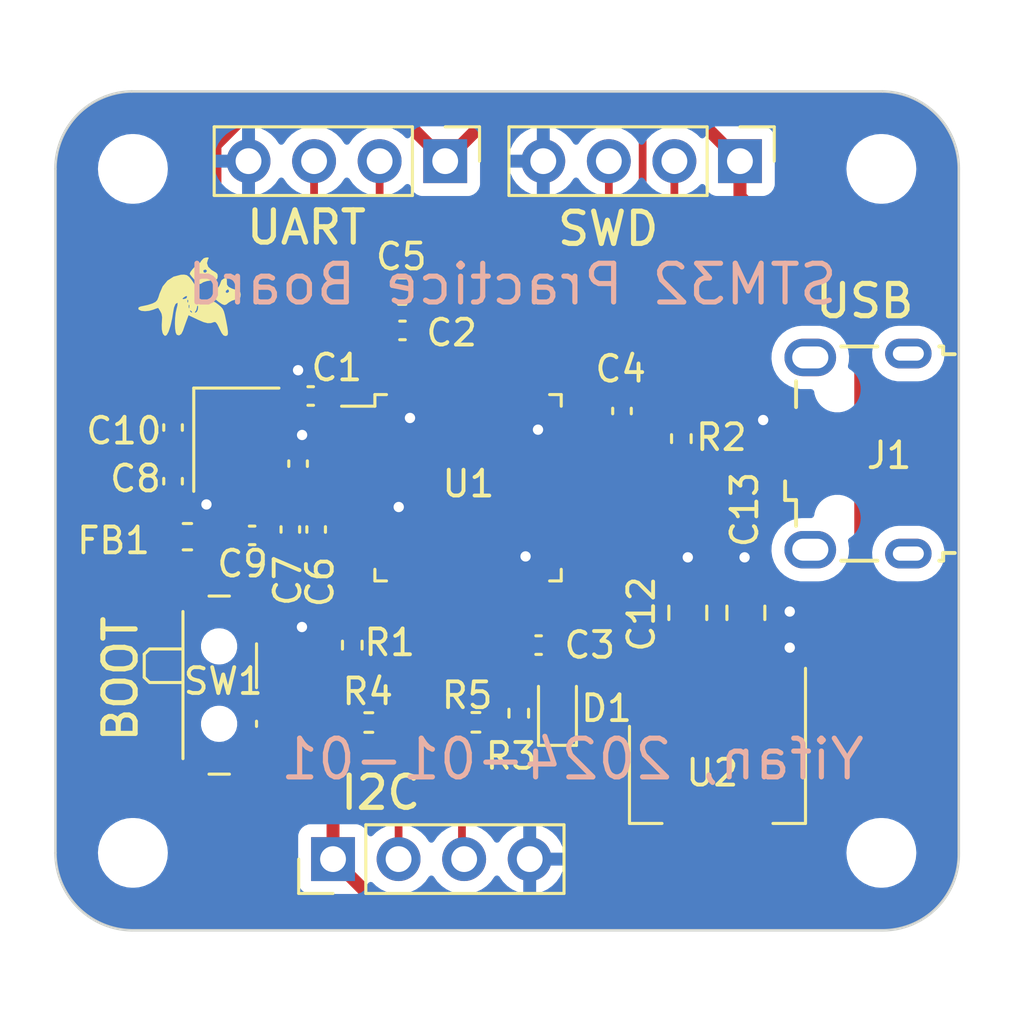
<source format=kicad_pcb>
(kicad_pcb (version 20221018) (generator pcbnew)
  (layers (0 "F.Cu" signal) (31 "B.Cu" power) (34 "B.Paste" user) (35 "F.Paste" user) (36 "B.SilkS" user "B.Silkscreen") (37 "F.SilkS" user "F.Silkscreen") (38 "B.Mask" user) (39 "F.Mask" user) (44 "Edge.Cuts" user))
  (net 0 "")
  (net 1 "+3.3V")
  (net 2 "GND")
  (net 3 "+3.3VA")
  (net 4 "/NRST")
  (net 5 "/HSE_IN")
  (net 6 "/HSE_OUT")
  (net 7 "VBUS")
  (net 8 "/PWR_LED_K")
  (net 9 "/USB_D-")
  (net 10 "/USB_D+")
  (net 13 "/SWDIO")
  (net 14 "/SWCLK")
  (net 15 "/USART1_TX")
  (net 16 "/USART1_RX")
  (net 17 "/I2C2_SCL")
  (net 18 "/I2C2_SDA")
  (net 19 "/SW_BOOT0")
  (net 20 "/BOOT0")
  (footprint "Capacitor_SMD:C_0402_1005Metric" (layer "F.Cu") (at 130.556 101.6 90)
    (fp_text reference "C8" (at 0.1 -1.456 180) (layer "F.SilkS"))
    (fp_text value "1u")
    (pad "1" smd roundrect (at -0.48 0 90) (size 0.56 0.62) (layers "F.Cu" "F.Paste" "F.Mask") (net 1 "+3.3V"))
    (pad "2" smd roundrect (at 0.48 0 90) (size 0.56 0.62) (layers "F.Cu" "F.Paste" "F.Mask") (net 2 "GND"))
  )
  (footprint "LOGO" (layer "F.Cu") (at 131.2 94.45)
    (fp_text reference "G***" hide)
    (fp_text value "LOGO" hide)
  )
  (footprint "Capacitor_SMD:C_0402_1005Metric" (layer "F.Cu") (at 147.95 98.88 -90)
    (fp_text reference "C4" (at -1.63 0.05 -180) (layer "F.SilkS"))
    (fp_text value "100n")
    (pad "1" smd roundrect (at -0.48 0 270) (size 0.56 0.62) (layers "F.Cu" "F.Paste" "F.Mask") (net 1 "+3.3V"))
    (pad "2" smd roundrect (at 0.48 0 270) (size 0.56 0.62) (layers "F.Cu" "F.Paste" "F.Mask") (net 2 "GND"))
  )
  (footprint "Capacitor_SMD:C_0402_1005Metric" (layer "F.Cu") (at 144.72 107.95 180)
    (fp_text reference "C3" (at -1.98 0) (layer "F.SilkS"))
    (fp_text value "100n")
    (pad "1" smd roundrect (at -0.48 0 180) (size 0.56 0.62) (layers "F.Cu" "F.Paste" "F.Mask") (net 1 "+3.3V"))
    (pad "2" smd roundrect (at 0.48 0 180) (size 0.56 0.62) (layers "F.Cu" "F.Paste" "F.Mask") (net 2 "GND"))
  )
  (footprint "Connector_PinHeader_2.54mm:PinHeader_1x04_P2.54mm_Vertical" (layer "F.Cu") (at 152.52 89.2 -90)
    (fp_text reference "J2" hide)
    (fp_text value "Conn_01x04_Pin")
    (pad "1" thru_hole rect (at 0 0 270) (size 1.7 1.7) (drill 1) (layers "*.Cu" "*.Mask") (net 1 "+3.3V"))
    (pad "2" thru_hole oval (at 0 2.54 270) (size 1.7 1.7) (drill 1) (layers "*.Cu" "*.Mask") (net 13 "/SWDIO"))
    (pad "3" thru_hole oval (at 0 5.08 270) (size 1.7 1.7) (drill 1) (layers "*.Cu" "*.Mask") (net 14 "/SWCLK"))
    (pad "4" thru_hole oval (at 0 7.62 270) (size 1.7 1.7) (drill 1) (layers "*.Cu" "*.Mask") (net 2 "GND"))
  )
  (footprint "Connector_PinHeader_2.54mm:PinHeader_1x04_P2.54mm_Vertical" (layer "F.Cu") (at 136.7545 116.24225 90)
    (fp_text reference "J4" hide)
    (fp_text value "Conn_01x04_Pin")
    (pad "1" thru_hole rect (at 0 0 90) (size 1.7 1.7) (drill 1) (layers "*.Cu" "*.Mask") (net 1 "+3.3V"))
    (pad "2" thru_hole oval (at 0 2.54 90) (size 1.7 1.7) (drill 1) (layers "*.Cu" "*.Mask") (net 17 "/I2C2_SCL"))
    (pad "3" thru_hole oval (at 0 5.08 90) (size 1.7 1.7) (drill 1) (layers "*.Cu" "*.Mask") (net 18 "/I2C2_SDA"))
    (pad "4" thru_hole oval (at 0 7.62 90) (size 1.7 1.7) (drill 1) (layers "*.Cu" "*.Mask") (net 2 "GND"))
  )
  (footprint "Capacitor_SMD:C_0402_1005Metric" (layer "F.Cu") (at 139.446 95.758)
    (fp_text reference "C2" (at 1.904 0.092) (layer "F.SilkS"))
    (fp_text value "100n")
    (pad "1" smd roundrect (at -0.48 0) (size 0.56 0.62) (layers "F.Cu" "F.Paste" "F.Mask") (net 1 "+3.3V"))
    (pad "2" smd roundrect (at 0.48 0) (size 0.56 0.62) (layers "F.Cu" "F.Paste" "F.Mask") (net 2 "GND"))
  )
  (footprint "Capacitor_SMD:C_0805_2012Metric" (layer "F.Cu") (at 152.75 106.7 90)
    (fp_text reference "C13" (at 4 -0.05 90) (layer "F.SilkS"))
    (fp_text value "22u")
    (pad "1" smd roundrect (at -0.95 0 90) (size 1 1.45) (layers "F.Cu" "F.Paste" "F.Mask") (net 1 "+3.3V"))
    (pad "2" smd roundrect (at 0.95 0 90) (size 1 1.45) (layers "F.Cu" "F.Paste" "F.Mask") (net 2 "GND"))
  )
  (footprint "Capacitor_SMD:C_0603_1608Metric" (layer "F.Cu") (at 139.433 94.234)
    (fp_text reference "C5" (at -0.033 -1.334) (layer "F.SilkS"))
    (fp_text value "10u")
    (pad "1" smd roundrect (at -0.775 0) (size 0.9 0.95) (layers "F.Cu" "F.Paste" "F.Mask") (net 1 "+3.3V"))
    (pad "2" smd roundrect (at 0.775 0) (size 0.9 0.95) (layers "F.Cu" "F.Paste" "F.Mask") (net 2 "GND"))
  )
  (footprint "MountingHole:MountingHole_2.2mm_M2" (layer "F.Cu") (at 129 89.5)
    (fp_text reference "H1" hide)
    (fp_text value "MountingHole")
    (pad "" np_thru_hole circle (at 0 0) (size 2.2 2.2) (drill 2.2) (layers "*.Cu" "*.Mask"))
  )
  (footprint "Capacitor_SMD:C_0402_1005Metric" (layer "F.Cu") (at 130.556 99.52 -90)
    (fp_text reference "C10" (at 0.13 1.906 -180) (layer "F.SilkS"))
    (fp_text value "10p")
    (pad "1" smd roundrect (at -0.48 0 270) (size 0.56 0.62) (layers "F.Cu" "F.Paste" "F.Mask") (net 5 "/HSE_IN"))
    (pad "2" smd roundrect (at 0.48 0 270) (size 0.56 0.62) (layers "F.Cu" "F.Paste" "F.Mask") (net 2 "GND"))
  )
  (footprint "Inductor_SMD:L_0603_1608Metric" (layer "F.Cu") (at 131.1125 103.75 180)
    (fp_text reference "FB1" (at 2.8625 -0.15 180) (layer "F.SilkS"))
    (fp_text value "120R")
    (pad "1" smd roundrect (at -0.7875 0 180) (size 0.875 0.95) (layers "F.Cu" "F.Paste" "F.Mask") (net 3 "+3.3VA"))
    (pad "2" smd roundrect (at 0.7875 0 180) (size 0.875 0.95) (layers "F.Cu" "F.Paste" "F.Mask") (net 1 "+3.3V"))
  )
  (footprint "Resistor_SMD:R_0402_1005Metric" (layer "F.Cu") (at 138.14 110.95)
    (fp_text reference "R4" (at -0.04 -1.2) (layer "F.SilkS"))
    (fp_text value "1k5")
    (pad "1" smd roundrect (at -0.51 0) (size 0.54 0.64) (layers "F.Cu" "F.Paste" "F.Mask") (net 1 "+3.3V"))
    (pad "2" smd roundrect (at 0.51 0) (size 0.54 0.64) (layers "F.Cu" "F.Paste" "F.Mask") (net 17 "/I2C2_SCL"))
  )
  (footprint "Package_TO_SOT_SMD:SOT-223-3_TabPin2" (layer "F.Cu") (at 151.65 112.95 -90)
    (fp_text reference "U2" (at -0.05 0.2 -180) (layer "F.SilkS"))
    (fp_text value "AMS1117-3.3")
    (pad "1" smd rect (at -3.15 -2.3 270) (size 2 1.5) (layers "F.Cu" "F.Paste" "F.Mask") (net 2 "GND"))
    (pad "2" smd rect (at -3.15 0 270) (size 2 1.5) (layers "F.Cu" "F.Paste" "F.Mask") (net 1 "+3.3V"))
    (pad "2" smd rect (at 3.15 0 270) (size 2 3.8) (layers "F.Cu" "F.Paste" "F.Mask") (net 1 "+3.3V"))
    (pad "3" smd rect (at -3.15 2.3 270) (size 2 1.5) (layers "F.Cu" "F.Paste" "F.Mask") (net 7 "VBUS"))
  )
  (footprint "Capacitor_SMD:C_0402_1005Metric" (layer "F.Cu") (at 133.62 103.7 180)
    (fp_text reference "C9" (at 0.37 -1.1 180) (layer "F.SilkS"))
    (fp_text value "100n")
    (pad "1" smd roundrect (at -0.48 0 180) (size 0.56 0.62) (layers "F.Cu" "F.Paste" "F.Mask") (net 4 "/NRST"))
    (pad "2" smd roundrect (at 0.48 0 180) (size 0.56 0.62) (layers "F.Cu" "F.Paste" "F.Mask") (net 2 "GND"))
  )
  (footprint "LED_SMD:LED_0603_1608Metric" (layer "F.Cu") (at 145.45 110.35 90)
    (fp_text reference "D1" (at -0.05 1.9 180) (layer "F.SilkS"))
    (fp_text value "RED")
    (pad "1" smd roundrect (at -0.7875 0 90) (size 0.875 0.95) (layers "F.Cu" "F.Paste" "F.Mask") (net 8 "/PWR_LED_K"))
    (pad "2" smd roundrect (at 0.7875 0 90) (size 0.875 0.95) (layers "F.Cu" "F.Paste" "F.Mask") (net 1 "+3.3V"))
  )
  (footprint "MountingHole:MountingHole_2.2mm_M2" (layer "F.Cu") (at 158 116)
    (fp_text reference "H4" hide)
    (fp_text value "MountingHole")
    (pad "" np_thru_hole circle (at 0 0) (size 2.2 2.2) (drill 2.2) (layers "*.Cu" "*.Mask"))
  )
  (footprint "Resistor_SMD:R_0402_1005Metric" (layer "F.Cu") (at 137.5 107.95 90)
    (fp_text reference "R1" (at 0.1 1.45 180) (layer "F.SilkS"))
    (fp_text value "10k")
    (pad "1" smd roundrect (at -0.51 0 90) (size 0.54 0.64) (layers "F.Cu" "F.Paste" "F.Mask") (net 19 "/SW_BOOT0"))
    (pad "2" smd roundrect (at 0.51 0 90) (size 0.54 0.64) (layers "F.Cu" "F.Paste" "F.Mask") (net 20 "/BOOT0"))
  )
  (footprint "Connector_USB:USB_Micro-B_Wuerth_629105150521" (layer "F.Cu") (at 157.095 100.53 90)
    (fp_text reference "J1" (at -0.07 1.205 180) (layer "F.SilkS"))
    (fp_text value "USB_B_Micro")
    (pad "" np_thru_hole oval (at -2.5 -0.8 90) (size 0.8 0.8) (drill 0.8) (layers "*.Cu" "*.Mask"))
    (pad "" np_thru_hole oval (at 2.5 -0.8 90) (size 0.8 0.8) (drill 0.8) (layers "*.Cu" "*.Mask"))
    (pad "1" smd rect (at -1.3 -1.9 90) (size 0.45 1.3) (layers "F.Cu" "F.Paste" "F.Mask") (net 7 "VBUS"))
    (pad "2" smd rect (at -0.65 -1.9 90) (size 0.45 1.3) (layers "F.Cu" "F.Paste" "F.Mask") (net 9 "/USB_D-"))
    (pad "3" smd rect (at 0 -1.9 90) (size 0.45 1.3) (layers "F.Cu" "F.Paste" "F.Mask") (net 10 "/USB_D+"))
    (pad "4" smd rect (at 0.65 -1.9 90) (size 0.45 1.3) (layers "F.Cu" "F.Paste" "F.Mask"))
    (pad "5" smd rect (at 1.3 -1.9 90) (size 0.45 1.3) (layers "F.Cu" "F.Paste" "F.Mask") (net 2 "GND"))
    (pad "6" thru_hole oval (at -3.725 -1.85 90) (size 1.45 2) (drill oval 0.85 1.4) (layers "*.Cu" "*.Mask"))
    (pad "7" thru_hole oval (at 3.725 -1.85 90) (size 1.45 2) (drill oval 0.85 1.4) (layers "*.Cu" "*.Mask"))
    (pad "8" thru_hole oval (at 3.875 1.95 90) (size 1.15 1.8) (drill oval 0.55 1.2) (layers "*.Cu" "*.Mask"))
    (pad "9" thru_hole oval (at -3.875 1.95 90) (size 1.15 1.8) (drill oval 0.55 1.2) (layers "*.Cu" "*.Mask"))
  )
  (footprint "Capacitor_SMD:C_0805_2012Metric" (layer "F.Cu") (at 150.5 106.7 90)
    (fp_text reference "C12" (at -0.05 -1.8 270) (layer "F.SilkS"))
    (fp_text value "22u")
    (pad "1" smd roundrect (at -0.95 0 90) (size 1 1.45) (layers "F.Cu" "F.Paste" "F.Mask") (net 7 "VBUS"))
    (pad "2" smd roundrect (at 0.95 0 90) (size 1 1.45) (layers "F.Cu" "F.Paste" "F.Mask") (net 2 "GND"))
  )
  (footprint "Capacitor_SMD:C_0402_1005Metric" (layer "F.Cu") (at 136.1 103.47 90)
    (fp_text reference "C6" (at -2.03 0.15 270) (layer "F.SilkS"))
    (fp_text value "10n")
    (pad "1" smd roundrect (at -0.48 0 90) (size 0.56 0.62) (layers "F.Cu" "F.Paste" "F.Mask") (net 3 "+3.3VA"))
    (pad "2" smd roundrect (at 0.48 0 90) (size 0.56 0.62) (layers "F.Cu" "F.Paste" "F.Mask") (net 2 "GND"))
  )
  (footprint "Crystal:Crystal_SMD_3225-4Pin_3.2x2.5mm" (layer "F.Cu") (at 133.008 99.992 -90)
    (fp_text reference "Y1" hide)
    (fp_text value "16MHz")
    (pad "1" smd rect (at -1.1 0.85 270) (size 1.4 1.2) (layers "F.Cu" "F.Paste" "F.Mask") (net 5 "/HSE_IN"))
    (pad "2" smd rect (at 1.1 0.85 270) (size 1.4 1.2) (layers "F.Cu" "F.Paste" "F.Mask") (net 2 "GND"))
    (pad "3" smd rect (at 1.1 -0.85 270) (size 1.4 1.2) (layers "F.Cu" "F.Paste" "F.Mask") (net 6 "/HSE_OUT"))
    (pad "4" smd rect (at -1.1 -0.85 270) (size 1.4 1.2) (layers "F.Cu" "F.Paste" "F.Mask") (net 2 "GND"))
  )
  (footprint "Capacitor_SMD:C_0402_1005Metric" (layer "F.Cu") (at 135.4 100.92 90)
    (fp_text reference "C11" hide)
    (fp_text value "10p")
    (pad "1" smd roundrect (at -0.48 0 90) (size 0.56 0.62) (layers "F.Cu" "F.Paste" "F.Mask") (net 6 "/HSE_OUT"))
    (pad "2" smd roundrect (at 0.48 0 90) (size 0.56 0.62) (layers "F.Cu" "F.Paste" "F.Mask") (net 2 "GND"))
  )
  (footprint "MountingHole:MountingHole_2.2mm_M2" (layer "F.Cu") (at 129 116)
    (fp_text reference "H2" hide)
    (fp_text value "MountingHole")
    (pad "" np_thru_hole circle (at 0 0) (size 2.2 2.2) (drill 2.2) (layers "*.Cu" "*.Mask"))
  )
  (footprint "Connector_PinHeader_2.54mm:PinHeader_1x04_P2.54mm_Vertical" (layer "F.Cu") (at 141.1 89.2 -90)
    (fp_text reference "J3" hide)
    (fp_text value "Conn_01x04_Pin")
    (pad "1" thru_hole rect (at 0 0 270) (size 1.7 1.7) (drill 1) (layers "*.Cu" "*.Mask") (net 1 "+3.3V"))
    (pad "2" thru_hole oval (at 0 2.54 270) (size 1.7 1.7) (drill 1) (layers "*.Cu" "*.Mask") (net 15 "/USART1_TX"))
    (pad "3" thru_hole oval (at 0 5.08 270) (size 1.7 1.7) (drill 1) (layers "*.Cu" "*.Mask") (net 16 "/USART1_RX"))
    (pad "4" thru_hole oval (at 0 7.62 270) (size 1.7 1.7) (drill 1) (layers "*.Cu" "*.Mask") (net 2 "GND"))
  )
  (footprint "Resistor_SMD:R_0402_1005Metric" (layer "F.Cu") (at 150.25 99.95 -90)
    (fp_text reference "R2" (at -0.05 -1.55) (layer "F.SilkS"))
    (fp_text value "1k5")
    (pad "1" smd roundrect (at -0.51 0 270) (size 0.54 0.64) (layers "F.Cu" "F.Paste" "F.Mask") (net 1 "+3.3V"))
    (pad "2" smd roundrect (at 0.51 0 270) (size 0.54 0.64) (layers "F.Cu" "F.Paste" "F.Mask") (net 10 "/USB_D+"))
  )
  (footprint "Resistor_SMD:R_0402_1005Metric" (layer "F.Cu") (at 142.29 110.94225 180)
    (fp_text reference "R5" (at 0.34 1.04225) (layer "F.SilkS"))
    (fp_text value "1k5")
    (pad "1" smd roundrect (at -0.51 0 180) (size 0.54 0.64) (layers "F.Cu" "F.Paste" "F.Mask") (net 1 "+3.3V"))
    (pad "2" smd roundrect (at 0.51 0 180) (size 0.54 0.64) (layers "F.Cu" "F.Paste" "F.Mask") (net 18 "/I2C2_SDA"))
  )
  (footprint "Button_Switch_SMD:SW_SPDT_PCM12" (layer "F.Cu") (at 132.67 109.5 -90)
    (fp_text reference "SW1" (at -0.15 0.17) (layer "F.SilkS"))
    (fp_text value "SW_SPDT")
    (pad "" smd rect (at -3.65 -0.78 270) (size 1 0.8) (layers "F.Cu" "F.Paste" "F.Mask"))
    (pad "" smd rect (at -3.65 1.43 270) (size 1 0.8) (layers "F.Cu" "F.Paste" "F.Mask"))
    (pad "" np_thru_hole circle (at -1.5 0.33 270) (size 0.9 0.9) (drill 0.9) (layers "*.Cu" "*.Mask"))
    (pad "" np_thru_hole circle (at 1.5 0.33 270) (size 0.9 0.9) (drill 0.9) (layers "*.Cu" "*.Mask"))
    (pad "" smd rect (at 3.65 -0.78 270) (size 1 0.8) (layers "F.Cu" "F.Paste" "F.Mask"))
    (pad "" smd rect (at 3.65 1.43 270) (size 1 0.8) (layers "F.Cu" "F.Paste" "F.Mask"))
    (pad "1" smd rect (at -2.25 -1.43 270) (size 0.7 1.5) (layers "F.Cu" "F.Paste" "F.Mask") (net 2 "GND"))
    (pad "2" smd rect (at 0.75 -1.43 270) (size 0.7 1.5) (layers "F.Cu" "F.Paste" "F.Mask") (net 19 "/SW_BOOT0"))
    (pad "3" smd rect (at 2.25 -1.43 270) (size 0.7 1.5) (layers "F.Cu" "F.Paste" "F.Mask") (net 1 "+3.3V"))
  )
  (footprint "MountingHole:MountingHole_2.2mm_M2" (layer "F.Cu") (at 158 89.5)
    (fp_text reference "H3" hide)
    (fp_text value "MountingHole")
    (pad "" np_thru_hole circle (at 0 0) (size 2.2 2.2) (drill 2.2) (layers "*.Cu" "*.Mask"))
  )
  (footprint "Package_QFP:LQFP-48_7x7mm_P0.5mm" (layer "F.Cu") (at 141.986 101.854)
    (fp_text reference "U1" (at 0.014 -0.154) (layer "F.SilkS"))
    (fp_text value "STM32F103C8T6")
    (pad "1" smd roundrect (at -4.1625 -2.75) (size 1.475 0.3) (layers "F.Cu" "F.Paste" "F.Mask") (net 1 "+3.3V"))
    (pad "2" smd roundrect (at -4.1625 -2.25) (size 1.475 0.3) (layers "F.Cu" "F.Paste" "F.Mask"))
    (pad "3" smd roundrect (at -4.1625 -1.75) (size 1.475 0.3) (layers "F.Cu" "F.Paste" "F.Mask"))
    (pad "4" smd roundrect (at -4.1625 -1.25) (size 1.475 0.3) (layers "F.Cu" "F.Paste" "F.Mask"))
    (pad "5" smd roundrect (at -4.1625 -0.75) (size 1.475 0.3) (layers "F.Cu" "F.Paste" "F.Mask") (net 5 "/HSE_IN"))
    (pad "6" smd roundrect (at -4.1625 -0.25) (size 1.475 0.3) (layers "F.Cu" "F.Paste" "F.Mask") (net 6 "/HSE_OUT"))
    (pad "7" smd roundrect (at -4.1625 0.25) (size 1.475 0.3) (layers "F.Cu" "F.Paste" "F.Mask") (net 4 "/NRST"))
    (pad "8" smd roundrect (at -4.1625 0.75) (size 1.475 0.3) (layers "F.Cu" "F.Paste" "F.Mask") (net 2 "GND"))
    (pad "9" smd roundrect (at -4.1625 1.25) (size 1.475 0.3) (layers "F.Cu" "F.Paste" "F.Mask") (net 3 "+3.3VA"))
    (pad "10" smd roundrect (at -4.1625 1.75) (size 1.475 0.3) (layers "F.Cu" "F.Paste" "F.Mask"))
    (pad "11" smd roundrect (at -4.1625 2.25) (size 1.475 0.3) (layers "F.Cu" "F.Paste" "F.Mask"))
    (pad "12" smd roundrect (at -4.1625 2.75) (size 1.475 0.3) (layers "F.Cu" "F.Paste" "F.Mask"))
    (pad "13" smd roundrect (at -2.75 4.1625) (size 0.3 1.475) (layers "F.Cu" "F.Paste" "F.Mask"))
    (pad "14" smd roundrect (at -2.25 4.1625) (size 0.3 1.475) (layers "F.Cu" "F.Paste" "F.Mask"))
    (pad "15" smd roundrect (at -1.75 4.1625) (size 0.3 1.475) (layers "F.Cu" "F.Paste" "F.Mask"))
    (pad "16" smd roundrect (at -1.25 4.1625) (size 0.3 1.475) (layers "F.Cu" "F.Paste" "F.Mask"))
    (pad "17" smd roundrect (at -0.75 4.1625) (size 0.3 1.475) (layers "F.Cu" "F.Paste" "F.Mask"))
    (pad "18" smd roundrect (at -0.25 4.1625) (size 0.3 1.475) (layers "F.Cu" "F.Paste" "F.Mask"))
    (pad "19" smd roundrect (at 0.25 4.1625) (size 0.3 1.475) (layers "F.Cu" "F.Paste" "F.Mask"))
    (pad "20" smd roundrect (at 0.75 4.1625) (size 0.3 1.475) (layers "F.Cu" "F.Paste" "F.Mask"))
    (pad "21" smd roundrect (at 1.25 4.1625) (size 0.3 1.475) (layers "F.Cu" "F.Paste" "F.Mask") (net 17 "/I2C2_SCL"))
    (pad "22" smd roundrect (at 1.75 4.1625) (size 0.3 1.475) (layers "F.Cu" "F.Paste" "F.Mask") (net 18 "/I2C2_SDA"))
    (pad "23" smd roundrect (at 2.25 4.1625) (size 0.3 1.475) (layers "F.Cu" "F.Paste" "F.Mask") (net 2 "GND"))
    (pad "24" smd roundrect (at 2.75 4.1625) (size 0.3 1.475) (layers "F.Cu" "F.Paste" "F.Mask") (net 1 "+3.3V"))
    (pad "25" smd roundrect (at 4.1625 2.75) (size 1.475 0.3) (layers "F.Cu" "F.Paste" "F.Mask"))
    (pad "26" smd roundrect (at 4.1625 2.25) (size 1.475 0.3) (layers "F.Cu" "F.Paste" "F.Mask"))
    (pad "27" smd roundrect (at 4.1625 1.75) (size 1.475 0.3) (layers "F.Cu" "F.Paste" "F.Mask"))
    (pad "28" smd roundrect (at 4.1625 1.25) (size 1.475 0.3) (layers "F.Cu" "F.Paste" "F.Mask"))
    (pad "29" smd roundrect (at 4.1625 0.75) (size 1.475 0.3) (layers "F.Cu" "F.Paste" "F.Mask"))
    (pad "30" smd roundrect (at 4.1625 0.25) (size 1.475 0.3) (layers "F.Cu" "F.Paste" "F.Mask"))
    (pad "31" smd roundrect (at 4.1625 -0.25) (size 1.475 0.3) (layers "F.Cu" "F.Paste" "F.Mask"))
    (pad "32" smd roundrect (at 4.1625 -0.75) (size 1.475 0.3) (layers "F.Cu" "F.Paste" "F.Mask") (net 9 "/USB_D-"))
    (pad "33" smd roundrect (at 4.1625 -1.25) (size 1.475 0.3) (layers "F.Cu" "F.Paste" "F.Mask") (net 10 "/USB_D+"))
    (pad "34" smd roundrect (at 4.1625 -1.75) (size 1.475 0.3) (layers "F.Cu" "F.Paste" "F.Mask") (net 13 "/SWDIO"))
    (pad "35" smd roundrect (at 4.1625 -2.25) (size 1.475 0.3) (layers "F.Cu" "F.Paste" "F.Mask") (net 2 "GND"))
    (pad "36" smd roundrect (at 4.1625 -2.75) (size 1.475 0.3) (layers "F.Cu" "F.Paste" "F.Mask") (net 1 "+3.3V"))
    (pad "37" smd roundrect (at 2.75 -4.1625) (size 0.3 1.475) (layers "F.Cu" "F.Paste" "F.Mask") (net 14 "/SWCLK"))
    (pad "38" smd roundrect (at 2.25 -4.1625) (size 0.3 1.475) (layers "F.Cu" "F.Paste" "F.Mask"))
    (pad "39" smd roundrect (at 1.75 -4.1625) (size 0.3 1.475) (layers "F.Cu" "F.Paste" "F.Mask"))
    (pad "40" smd roundrect (at 1.25 -4.1625) (size 0.3 1.475) (layers "F.Cu" "F.Paste" "F.Mask"))
    (pad "41" smd roundrect (at 0.75 -4.1625) (size 0.3 1.475) (layers "F.Cu" "F.Paste" "F.Mask"))
    (pad "42" smd roundrect (at 0.25 -4.1625) (size 0.3 1.475) (layers "F.Cu" "F.Paste" "F.Mask") (net 15 "/USART1_TX"))
    (pad "43" smd roundrect (at -0.25 -4.1625) (size 0.3 1.475) (layers "F.Cu" "F.Paste" "F.Mask") (net 16 "/USART1_RX"))
    (pad "44" smd roundrect (at -0.75 -4.1625) (size 0.3 1.475) (layers "F.Cu" "F.Paste" "F.Mask") (net 20 "/BOOT0"))
    (pad "45" smd roundrect (at -1.25 -4.1625) (size 0.3 1.475) (layers "F.Cu" "F.Paste" "F.Mask"))
    (pad "46" smd roundrect (at -1.75 -4.1625) (size 0.3 1.475) (layers "F.Cu" "F.Paste" "F.Mask"))
    (pad "47" smd roundrect (at -2.25 -4.1625) (size 0.3 1.475) (layers "F.Cu" "F.Paste" "F.Mask") (net 2 "GND"))
    (pad "48" smd roundrect (at -2.75 -4.1625) (size 0.3 1.475) (layers "F.Cu" "F.Paste" "F.Mask") (net 1 "+3.3V"))
  )
  (footprint "Capacitor_SMD:C_0402_1005Metric" (layer "F.Cu") (at 135.89 98.298 180)
    (fp_text reference "C1" (at -1.01 1.098 180) (layer "F.SilkS"))
    (fp_text value "100n")
    (pad "1" smd roundrect (at -0.48 0 180) (size 0.56 0.62) (layers "F.Cu" "F.Paste" "F.Mask") (net 1 "+3.3V"))
    (pad "2" smd roundrect (at 0.48 0 180) (size 0.56 0.62) (layers "F.Cu" "F.Paste" "F.Mask") (net 2 "GND"))
  )
  (footprint "Capacitor_SMD:C_0402_1005Metric" (layer "F.Cu") (at 135.1 103.47 90)
    (fp_text reference "C7" (at -1.98 -0.1 270) (layer "F.SilkS"))
    (fp_text value "1u")
    (pad "1" smd roundrect (at -0.48 0 90) (size 0.56 0.62) (layers "F.Cu" "F.Paste" "F.Mask") (net 3 "+3.3VA"))
    (pad "2" smd roundrect (at 0.48 0 90) (size 0.56 0.62) (layers "F.Cu" "F.Paste" "F.Mask") (net 2 "GND"))
  )
  (footprint "Resistor_SMD:R_0402_1005Metric" (layer "F.Cu") (at 143.95 110.59 90)
    (fp_text reference "R3" (at -1.66 -0.3 180) (layer "F.SilkS"))
    (fp_text value "1k5")
    (pad "1" smd roundrect (at -0.51 0 90) (size 0.54 0.64) (layers "F.Cu" "F.Paste" "F.Mask") (net 8 "/PWR_LED_K"))
    (pad "2" smd roundrect (at 0.51 0 90) (size 0.54 0.64) (layers "F.Cu" "F.Paste" "F.Mask") (net 2 "GND"))
  )
  (gr_arc (start 158.05 86.500001) (mid 160.139219 87.396138) (end 161.000416 89.5) (stroke (width 0.1)) (layer "Edge.Cuts"))
  (gr_line (start 126 116) (end 126 89.5) (stroke (width 0.1)) (layer "Edge.Cuts"))
  (gr_line (start 161 116) (end 161 89.5) (stroke (width 0.1)) (layer "Edge.Cuts"))
  (gr_line (start 128.95 86.5) (end 158.05 86.5) (stroke (width 0.1)) (layer "Edge.Cuts"))
  (gr_arc (start 160.999999 116) (mid 160.136264 118.136264) (end 158 118.999999) (stroke (width 0.1)) (layer "Edge.Cuts"))
  (gr_arc (start 128.950007 118.999583) (mid 126.861078 118.103571) (end 126 116) (stroke (width 0.1)) (layer "Edge.Cuts"))
  (gr_arc (start 125.999584 89.5) (mid 126.860781 87.396137) (end 128.95 86.500001) (stroke (width 0.1)) (layer "Edge.Cuts"))
  (gr_line (start 128.95 119) (end 158 119) (stroke (width 0.1)) (layer "Edge.Cuts"))
  (gr_text "STM32 Practice Board" (at 156.4 94.85) (layer "B.SilkS") (effects (font (size 1.5 1.5) (thickness 0.2)) (justify left bottom mirror)))
  (gr_text "Yifan, 2024-01-01" (at 157.45 113.25) (layer "B.SilkS") (effects (font (size 1.5 1.5) (thickness 0.2)) (justify left bottom mirror)))
  (gr_text "I2C" (at 136.95 114.4) (layer "F.SilkS") (effects (font (size 1.25 1.25) (thickness 0.2)) (justify left bottom)))
  (gr_text "UART" (at 133.3 92.5) (layer "F.SilkS") (effects (font (size 1.25 1.25) (thickness 0.2)) (justify left bottom)))
  (gr_text "SWD" (at 145.35 92.55) (layer "F.SilkS") (effects (font (size 1.25 1.25) (thickness 0.2)) (justify left bottom)))
  (gr_text "BOOT" (at 129.25 111.8 90) (layer "F.SilkS") (effects (font (size 1.25 1.25) (thickness 0.2)) (justify left bottom)))
  (gr_text "USB" (at 155.35 95.35) (layer "F.SilkS") (effects (font (size 1.25 1.25) (thickness 0.2)) (justify left bottom)))
  (segment (start 145.2 107.95) (end 145.2 107.354) (width 0.3) (layer "F.Cu") (net 1))
  (segment (start 151.65 116.1) (end 148 116.1) (width 0.5) (layer "F.Cu") (net 1))
  (segment (start 154.15 116.1) (end 155.2 115.05) (width 0.5) (layer "F.Cu") (net 1))
  (segment (start 137.8235 99.104) (end 137.176 99.104) (width 0.3) (layer "F.Cu") (net 1))
  (segment (start 147.2 113) (end 147.2 111.3125) (width 0.5) (layer "F.Cu") (net 1))
  (segment (start 142.8 110.94225) (end 142.8 112.65) (width 0.5) (layer "F.Cu") (net 1))
  (segment (start 148.75 87.6) (end 142.7 87.6) (width 0.5) (layer "F.Cu") (net 1))
  (segment (start 129.796 101.63) (end 129.796 94.564) (width 0.5) (layer "F.Cu") (net 1))
  (segment (start 136.25 94.234) (end 138.658 94.234) (width 0.5) (layer "F.Cu") (net 1))
  (segment (start 152.52 97.17) (end 152.52 89.2) (width 0.5) (layer "F.Cu") (net 1))
  (segment (start 137.408 95.758) (end 138.966 95.758) (width 0.5) (layer "F.Cu") (net 1))
  (segment (start 136.37 98.298) (end 136.37 96.78) (width 0.5) (layer "F.Cu") (net 1))
  (segment (start 145.45 109.5625) (end 145.45 108.2) (width 0.5) (layer "F.Cu") (net 1))
  (segment (start 129.796 94.564) (end 132.18 92.18) (width 0.5) (layer "F.Cu") (net 1))
  (segment (start 133.162742 87.6) (end 132.18 88.582742) (width 0.5) (layer "F.Cu") (net 1))
  (segment (start 139.5 87.6) (end 133.162742 87.6) (width 0.5) (layer "F.Cu") (net 1))
  (segment (start 138.41225 117.9) (end 136.7545 116.24225) (width 0.5) (layer "F.Cu") (net 1))
  (segment (start 132.18 88.582742) (end 132.18 92.18) (width 0.5) (layer "F.Cu") (net 1))
  (segment (start 130.325 103.75) (end 130.325 102.311) (width 0.5) (layer "F.Cu") (net 1))
  (segment (start 145.45 108.2) (end 145.2 107.95) (width 0.5) (layer "F.Cu") (net 1))
  (segment (start 138.658 94.716) (end 138.966 95.024) (width 0.5) (layer "F.Cu") (net 1))
  (segment (start 138.966 95.024) (end 138.966 95.758) (width 0.5) (layer "F.Cu") (net 1))
  (segment (start 148 116.1) (end 146.2 117.9) (width 0.5) (layer "F.Cu") (net 1))
  (segment (start 147.2 115.3) (end 147.2 113.9) (width 0.5) (layer "F.Cu") (net 1))
  (segment (start 134.234 94.234) (end 136.25 94.234) (width 0.5) (layer "F.Cu") (net 1))
  (segment (start 135.9 111.75) (end 136.7 110.95) (width 0.5) (layer "F.Cu") (net 1))
  (segment (start 135.9 111.75) (end 134.1 111.75) (width 0.5) (layer "F.Cu") (net 1))
  (segment (start 137.4 95.75) (end 137.408 95.758) (width 0.5) (layer "F.Cu") (net 1))
  (segment (start 144.736 106.89) (end 144.736 106.0165) (width 0.3) (layer "F.Cu") (net 1))
  (segment (start 152.52 89.2) (end 150.92 87.6) (width 0.5) (layer "F.Cu") (net 1))
  (segment (start 137.176 99.104) (end 136.37 98.298) (width 0.3) (layer "F.Cu") (net 1))
  (segment (start 136.37 96.78) (end 137.4 95.75) (width 0.5) (layer "F.Cu") (net 1))
  (segment (start 148 116.1) (end 147.2 115.3) (width 0.5) (layer "F.Cu") (net 1))
  (segment (start 130.556 102.08) (end 130.246 102.08) (width 0.5) (layer "F.Cu") (net 1))
  (segment (start 155.2 115.05) (end 155.2 113.45) (width 0.5) (layer "F.Cu") (net 1))
  (segment (start 130.246 102.08) (end 129.796 101.63) (width 0.5) (layer "F.Cu") (net 1))
  (segment (start 138.966 95.758) (end 138.966 96.548) (width 0.25) (layer "F.Cu") (net 1))
  (segment (start 155.2 113.45) (end 157.2 111.45) (width 0.5) (layer "F.Cu") (net 1))
  (segment (start 142.7 87.6) (end 141.1 89.2) (width 0.5) (layer "F.Cu") (net 1))
  (segment (start 136.7545 116.24225) (end 136.7545 112.6045) (width 0.5) (layer "F.Cu") (net 1))
  (segment (start 138.658 94.234) (end 138.658 94.716) (width 0.5) (layer "F.Cu") (net 1))
  (segment (start 142.8 112.65) (end 144 113.85) (width 0.5) (layer "F.Cu") (net 1))
  (segment (start 144 113.85) (end 147.15 113.85) (width 0.5) (layer "F.Cu") (net 1))
  (segment (start 147.95 98.4) (end 147.726 98.4) (width 0.3) (layer "F.Cu") (net 1))
  (segment (start 147.15 113.85) (end 147.2 113.9) (width 0.5) (layer "F.Cu") (net 1))
  (segment (start 130.325 102.311) (end 130.556 102.08) (width 0.5) (layer "F.Cu") (net 1))
  (segment (start 147.95 98.4) (end 147.95 93.35) (width 0.3) (layer "F.Cu") (net 1))
  (segment (start 132.18 92.18) (end 134.234 94.234) (width 0.5) (layer "F.Cu") (net 1))
  (segment (start 151.65 116.1) (end 154.15 116.1) (width 0.5) (layer "F.Cu") (net 1))
  (segment (start 146.2 117.9) (end 138.41225 117.9) (width 0.5) (layer "F.Cu") (net 1))
  (segment (start 157.2 111.45) (end 157.2 95.25) (width 0.5) (layer "F.Cu") (net 1))
  (segment (start 138.966 96.548) (end 139.236 96.818) (width 0.25) (layer "F.Cu") (net 1))
  (segment (start 150.92 87.6) (end 148.75 87.6) (width 0.5) (layer "F.Cu") (net 1))
  (segment (start 147.2 111.3125) (end 145.45 109.5625) (width 0.5) (layer "F.Cu") (net 1))
  (segment (start 147.726 98.4) (end 147.022 99.104) (width 0.3) (layer "F.Cu") (net 1))
  (segment (start 139.236 96.818) (end 139.236 97.6915) (width 0.25) (layer "F.Cu") (net 1))
  (segment (start 147.022 99.104) (end 146.1485 99.104) (width 0.3) (layer "F.Cu") (net 1))
  (segment (start 136.7 110.95) (end 137.63 110.95) (width 0.5) (layer "F.Cu") (net 1))
  (segment (start 147.95 93.35) (end 148.75 92.55) (width 0.3) (layer "F.Cu") (net 1))
  (segment (start 145.2 107.354) (end 144.736 106.89) (width 0.3) (layer "F.Cu") (net 1))
  (segment (start 157.2 95.25) (end 152.52 90.57) (width 0.5) (layer "F.Cu") (net 1))
  (segment (start 152.52 90.57) (end 152.52 89.2) (width 0.5) (layer "F.Cu") (net 1))
  (segment (start 141.1 89.2) (end 139.5 87.6) (width 0.5) (layer "F.Cu") (net 1))
  (segment (start 150.25 99.44) (end 152.52 97.17) (width 0.5) (layer "F.Cu") (net 1))
  (segment (start 148.75 92.55) (end 148.75 87.6) (width 0.3) (layer "F.Cu") (net 1))
  (segment (start 147.2 113.9) (end 147.2 113) (width 0.5) (layer "F.Cu") (net 1))
  (segment (start 136.7545 112.6045) (end 135.9 111.75) (width 0.5) (layer "F.Cu") (net 1))
  (segment (start 133.14 102.774) (end 132.158 101.792) (width 0.5) (layer "F.Cu") (net 2))
  (segment (start 146.1485 99.604) (end 147.706 99.604) (width 0.3) (layer "F.Cu") (net 2))
  (segment (start 130.584 101.092) (end 130.556 101.12) (width 0.5) (layer "F.Cu") (net 2))
  (segment (start 133.14 102.774) (end 133.14 103.7) (width 0.5) (layer "F.Cu") (net 2))
  (segment (start 135.4 100.44) (end 135.4 99.964965) (width 0.3) (layer "F.Cu") (net 2))
  (segment (start 137.8235 102.604) (end 139.296 102.604) (width 0.3) (layer "F.Cu") (net 2))
  (segment (start 140.208 94.234) (end 140.208 94.742) (width 0.5) (layer "F.Cu") (net 2))
  (segment (start 135.1 102.99) (end 136.1 102.99) (width 0.5) (layer "F.Cu") (net 2))
  (segment (start 139.926 95.024) (end 139.926 95.758) (width 0.5) (layer "F.Cu") (net 2))
  (segment (start 139.954 95.758) (end 139.954 96.670314) (width 0.25) (layer "F.Cu") (net 2))
  (segment (start 136.486 102.604) (end 137.8235 102.604) (width 0.3) (layer "F.Cu") (net 2))
  (segment (start 153.42 99.23) (end 155.195 99.23) (width 0.3) (layer "F.Cu") (net 2))
  (segment (start 140.208 94.742) (end 139.926 95.024) (width 0.5) (layer "F.Cu") (net 2))
  (segment (start 135.41 98.298) (end 135.41 97.31) (width 0.5) (layer "F.Cu") (net 2))
  (segment (start 131.85 102.5) (end 131.85 101.4) (width 0.5) (layer "F.Cu") (net 2))
  (segment (start 135.4 99.964965) (end 135.555465 99.8095) (width 0.3) (layer "F.Cu") (net 2))
  (segment (start 135.41 98.298) (end 134.452 98.298) (width 0.5) (layer "F.Cu") (net 2))
  (segment (start 139.736 96.888314) (end 139.736 97.6915) (width 0.25) (layer "F.Cu") (net 2))
  (segment (start 143.95 110.08) (end 143.95 108.24) (width 0.5) (layer "F.Cu") (net 2))
  (segment (start 130.556 101.12) (end 130.556 100) (width 0.5) (layer "F.Cu") (net 2))
  (segment (start 139.926 95.758) (end 139.954 95.758) (width 0.25) (layer "F.Cu") (net 2))
  (segment (start 144.236 106.0165) (end 144.236 107.946) (width 0.3) (layer "F.Cu") (net 2))
  (segment (start 144.236 106.0165) (end 144.236 104.486) (width 0.3) (layer "F.Cu") (net 2))
  (segment (start 139.296 102.604) (end 139.3 102.6) (width 0.3) (layer "F.Cu") (net 2))
  (segment (start 144.696 99.604) (end 146.1485 99.604) (width 0.3) (layer "F.Cu") (net 2))
  (segment (start 144.236 107.946) (end 144.24 107.95) (width 0.3) (layer "F.Cu") (net 2))
  (segment (start 147.706 99.604) (end 147.95 99.36) (width 0.3) (layer "F.Cu") (net 2))
  (segment (start 132.158 101.092) (end 130.584 101.092) (width 0.5) (layer "F.Cu") (net 2))
  (segment (start 132.158 101.792) (end 132.158 101.092) (width 0.5) (layer "F.Cu") (net 2))
  (segment (start 139.954 96.670314) (end 139.736 96.888314) (width 0.25) (layer "F.Cu") (net 2))
  (segment (start 131.85 101.4) (end 132.158 101.092) (width 0.5) (layer "F.Cu") (net 2))
  (segment (start 144.25 104.55) (end 144.214 104.514) (width 0.3) (layer "F.Cu") (net 2))
  (segment (start 139.736 99.15) (end 139.736 97.6915) (width 0.25) (layer "F.Cu") (net 2))
  (segment (start 135.41 97.31) (end 135.4 97.3) (width 0.5) (layer "F.Cu") (net 2))
  (segment (start 143.95 108.24) (end 144.24 107.95) (width 0.5) (layer "F.Cu") (net 2))
  (segment (start 134.452 98.298) (end 133.858 98.892) (width 0.5) (layer "F.Cu") (net 2))
  (segment (start 134.1 107.25) (end 135.55 107.25) (width 0.5) (layer "F.Cu") (net 2))
  (segment (start 136.1 102.99) (end 136.486 102.604) (width 0.3) (layer "F.Cu") (net 2))
  (via (at 144.214 104.514) (size 0.8) (drill 0.4) (layers "F.Cu" "B.Cu") (net 2))
  (via (at 135.55 107.25) (size 0.8) (drill 0.4) (layers "F.Cu" "B.Cu") (net 2))
  (via (at 144.696 99.604) (size 0.8) (drill 0.4) (layers "F.Cu" "B.Cu") (net 2))
  (via (at 154.45 108.05) (size 0.8) (drill 0.4) (layers "F.Cu" "B.Cu") (net 2))
  (via (at 150.5 104.55) (size 0.8) (drill 0.4) (layers "F.Cu" "B.Cu") (net 2))
  (via (at 154.45 106.65) (size 0.8) (drill 0.4) (layers "F.Cu" "B.Cu") (net 2))
  (via (at 139.3 102.6) (size 0.8) (drill 0.4) (layers "F.Cu" "B.Cu") (net 2))
  (via (at 135.555465 99.8095) (size 0.8) (drill 0.4) (layers "F.Cu" "B.Cu") (net 2))
  (via (at 152.7 104.55) (size 0.8) (drill 0.4) (layers "F.Cu" "B.Cu") (net 2))
  (via (at 153.42 99.23) (size 0.8) (drill 0.4) (layers "F.Cu" "B.Cu") (net 2))
  (via (at 135.4 97.3) (size 0.8) (drill 0.4) (layers "F.Cu" "B.Cu") (net 2))
  (via (at 139.736 99.15) (size 0.8) (drill 0.4) (layers "F.Cu" "B.Cu") (net 2))
  (via (at 131.85 102.5) (size 0.8) (drill 0.4) (layers "F.Cu" "B.Cu") (net 2))
  (segment (start 136.736 103.624) (end 136.736 103.352958) (width 0.3) (layer "F.Cu") (net 3))
  (segment (start 136.984958 103.104) (end 137.8235 103.104) (width 0.3) (layer "F.Cu") (net 3))
  (segment (start 136.1 104) (end 136.142966 104) (width 0.3) (layer "F.Cu") (net 3))
  (segment (start 136.736 103.352958) (end 136.984958 103.104) (width 0.3) (layer "F.Cu") (net 3))
  (segment (start 136.41 103.95) (end 136.736 103.624) (width 0.3) (layer "F.Cu") (net 3))
  (segment (start 131.9 103.75) (end 132.61 104.46) (width 0.5) (layer "F.Cu") (net 3))
  (segment (start 132.61 104.46) (end 134.59 104.46) (width 0.5) (layer "F.Cu") (net 3))
  (segment (start 134.59 104.46) (end 135.1 103.95) (width 0.5) (layer "F.Cu") (net 3))
  (segment (start 135.1 103.95) (end 136.1 103.95) (width 0.5) (layer "F.Cu") (net 3))
  (segment (start 136.1 103.95) (end 136.41 103.95) (width 0.3) (layer "F.Cu") (net 3))
  (segment (start 134.1 102.987034) (end 134.1 103.7) (width 0.3) (layer "F.Cu") (net 4))
  (segment (start 134.983034 102.104) (end 134.1 102.987034) (width 0.3) (layer "F.Cu") (net 4))
  (segment (start 137.8235 102.104) (end 134.983034 102.104) (width 0.3) (layer "F.Cu") (net 4))
  (segment (start 136.984958 101.104) (end 136.6 100.719042) (width 0.3) (layer "F.Cu") (net 5))
  (segment (start 134.594976 99.95) (end 132.516 99.95) (width 0.3) (layer "F.Cu") (net 5))
  (segment (start 130.556 99.04) (end 132.01 99.04) (width 0.3) (layer "F.Cu") (net 5))
  (segment (start 134.808 99.736976) (end 134.594976 99.95) (width 0.3) (layer "F.Cu") (net 5))
  (segment (start 137.8235 101.104) (end 136.984958 101.104) (width 0.3) (layer "F.Cu") (net 5))
  (segment (start 132.158 99.592) (end 132.158 98.892) (width 0.3) (layer "F.Cu") (net 5))
  (segment (start 132.01 99.04) (end 132.158 98.892) (width 0.3) (layer "F.Cu") (net 5))
  (segment (start 132.1 98.834) (end 132.158 98.892) (width 0.3) (layer "F.Cu") (net 5))
  (segment (start 136.6 100.719042) (end 136.6 99.77) (width 0.3) (layer "F.Cu") (net 5))
  (segment (start 135.89 99.06) (end 135.027034 99.06) (width 0.3) (layer "F.Cu") (net 5))
  (segment (start 136.6 99.77) (end 135.89 99.06) (width 0.3) (layer "F.Cu") (net 5))
  (segment (start 134.808 99.279034) (end 134.808 99.736976) (width 0.3) (layer "F.Cu") (net 5))
  (segment (start 135.027034 99.06) (end 134.808 99.279034) (width 0.3) (layer "F.Cu") (net 5))
  (segment (start 132.516 99.95) (end 132.158 99.592) (width 0.3) (layer "F.Cu") (net 5))
  (segment (start 135.4 101.4) (end 134.166 101.4) (width 0.3) (layer "F.Cu") (net 6))
  (segment (start 137.8235 101.604) (end 135.604 101.604) (width 0.3) (layer "F.Cu") (net 6))
  (segment (start 135.604 101.604) (end 135.4 101.4) (width 0.3) (layer "F.Cu") (net 6))
  (segment (start 134.166 101.4) (end 133.858 101.092) (width 0.3) (layer "F.Cu") (net 6))
  (segment (start 149.325 109.775) (end 149.325 107.75) (width 0.5) (layer "F.Cu") (net 7))
  (segment (start 154.35 102.7) (end 155.195 101.855) (width 0.5) (layer "F.Cu") (net 7))
  (segment (start 150.5 107.65) (end 149.425 107.65) (width 0.5) (layer "F.Cu") (net 7))
  (segment (start 150.5 102.7) (end 154.35 102.7) (width 0.5) (layer "F.Cu") (net 7))
  (segment (start 149.35 109.8) (end 149.325 109.775) (width 0.5) (layer "F.Cu") (net 7))
  (segment (start 148.85 107.275) (end 148.85 104.35) (width 0.5) (layer "F.Cu") (net 7))
  (segment (start 148.85 104.35) (end 150.5 102.7) (width 0.5) (layer "F.Cu") (net 7))
  (segment (start 149.325 107.75) (end 148.85 107.275) (width 0.5) (layer "F.Cu") (net 7))
  (segment (start 149.425 107.65) (end 149.325 107.75) (width 0.5) (layer "F.Cu") (net 7))
  (segment (start 143.95 111.1) (end 145.4125 111.1) (width 0.3) (layer "F.Cu") (net 8))
  (segment (start 145.4125 111.1) (end 145.45 111.1375) (width 0.3) (layer "F.Cu") (net 8))
  (segment (start 154.219999 101.18) (end 155.195 101.18) (width 0.2) (layer "F.Cu") (net 9))
  (segment (start 153.691 101.08) (end 154.119999 101.08) (width 0.2) (layer "F.Cu") (net 9))
  (segment (start 147.254751 101.104) (end 147.279751 101.079) (width 0.2) (layer "F.Cu") (net 9))
  (segment (start 153.69 101.079) (end 153.691 101.08) (width 0.2) (layer "F.Cu") (net 9))
  (segment (start 154.119999 101.08) (end 154.219999 101.18) (width 0.2) (layer "F.Cu") (net 9))
  (segment (start 147.279751 101.079) (end 153.69 101.079) (width 0.2) (layer "F.Cu") (net 9))
  (segment (start 146.1485 101.104) (end 147.254751 101.104) (width 0.2) (layer "F.Cu") (net 9))
  (segment (start 154.219999 100.53) (end 155.195 100.53) (width 0.2) (layer "F.Cu") (net 10))
  (segment (start 154.119999 100.63) (end 154.219999 100.53) (width 0.2) (layer "F.Cu") (net 10))
  (segment (start 153.863206 100.63) (end 154.119999 100.63) (width 0.2) (layer "F.Cu") (net 10))
  (segment (start 153.862206 100.629) (end 153.863206 100.63) (width 0.2) (layer "F.Cu") (net 10))
  (segment (start 147.279751 100.629) (end 153.862206 100.629) (width 0.2) (layer "F.Cu") (net 10))
  (segment (start 147.254751 100.604) (end 147.279751 100.629) (width 0.2) (layer "F.Cu") (net 10))
  (segment (start 146.1485 100.604) (end 147.254751 100.604) (width 0.2) (layer "F.Cu") (net 10))
  (segment (start 146.1485 100.104) (end 148.208966 100.104) (width 0.3) (layer "F.Cu") (net 13))
  (segment (start 148.93 99.382966) (end 148.93 93.42) (width 0.3) (layer "F.Cu") (net 13))
  (segment (start 148.208966 100.104) (end 148.93 99.382966) (width 0.3) (layer "F.Cu") (net 13))
  (segment (start 146.1485 100.104) (end 146.296 100.104) (width 0.3) (layer "F.Cu") (net 13))
  (segment (start 146.296 100.104) (end 146.3 100.104) (width 0.3) (layer "F.Cu") (net 13))
  (segment (start 149.98 92.37) (end 149.98 89.2) (width 0.3) (layer "F.Cu") (net 13))
  (segment (start 148.93 93.42) (end 149.98 92.37) (width 0.3) (layer "F.Cu") (net 13))
  (segment (start 147.44 92.44) (end 147.44 89.2) (width 0.3) (layer "F.Cu") (net 14))
  (segment (start 147.45 92.45) (end 147.44 92.44) (width 0.3) (layer "F.Cu") (net 14))
  (segment (start 144.736 95.464) (end 147.45 92.75) (width 0.3) (layer "F.Cu") (net 14))
  (segment (start 147.45 92.75) (end 147.45 92.45) (width 0.3) (layer "F.Cu") (net 14))
  (segment (start 144.736 97.6915) (end 144.736 95.464) (width 0.3) (layer "F.Cu") (net 14))
  (segment (start 142.8 93.1) (end 140.95 91.25) (width 0.3) (layer "F.Cu") (net 15))
  (segment (start 139.05 91.25) (end 138.55 90.75) (width 0.3) (layer "F.Cu") (net 15))
  (segment (start 140.95 91.25) (end 139.05 91.25) (width 0.3) (layer "F.Cu") (net 15))
  (segment (start 142.236 96.852958) (end 142.8 96.288958) (width 0.3) (layer "F.Cu") (net 15))
  (segment (start 142.236 97.6915) (end 142.236 96.852958) (width 0.3) (layer "F.Cu") (net 15))
  (segment (start 138.56 90.74) (end 138.56 89.2) (width 0.3) (layer "F.Cu") (net 15))
  (segment (start 142.8 96.288958) (end 142.8 93.1) (width 0.3) (layer "F.Cu") (net 15))
  (segment (start 138.55 90.75) (end 138.56 90.74) (width 0.3) (layer "F.Cu") (net 15))
  (segment (start 142 93.45) (end 140.7 92.15) (width 0.3) (layer "F.Cu") (net 16))
  (segment (start 136 91.25) (end 136.02 91.23) (width 0.3) (layer "F.Cu") (net 16))
  (segment (start 142 96.2) (end 142 93.45) (width 0.3) (layer "F.Cu") (net 16))
  (segment (start 141.736 97.6915) (end 141.736 96.464) (width 0.3) (layer "F.Cu") (net 16))
  (segment (start 136.9 92.15) (end 136 91.25) (width 0.3) (layer "F.Cu") (net 16))
  (segment (start 136.02 91.23) (end 136.02 89.2) (width 0.3) (layer "F.Cu") (net 16))
  (segment (start 141.736 96.464) (end 142 96.2) (width 0.3) (layer "F.Cu") (net 16))
  (segment (start 140.7 92.15) (end 136.9 92.15) (width 0.3) (layer "F.Cu") (net 16))
  (segment (start 138.63 110.94225) (end 138.63 113.02225) (width 0.3) (layer "F.Cu") (net 17))
  (segment (start 143.236 106.0165) (end 143.236 106.855042) (width 0.3) (layer "F.Cu") (net 17))
  (segment (start 138.63 113.02225) (end 139.2945 113.68675) (width 0.3) (layer "F.Cu") (net 17))
  (segment (start 139.6 108.25) (end 138.63 109.22) (width 0.3) (layer "F.Cu") (net 17))
  (segment (start 139.2945 113.68675) (end 139.2945 116.24225) (width 0.3) (layer "F.Cu") (net 17))
  (segment (start 143.236 106.855042) (end 141.841042 108.25) (width 0.3) (layer "F.Cu") (net 17))
  (segment (start 138.63 109.22) (end 138.63 110.94225) (width 0.3) (layer "F.Cu") (net 17))
  (segment (start 141.841042 108.25) (end 139.6 108.25) (width 0.3) (layer "F.Cu") (net 17))
  (segment (start 141.75 116.15775) (end 141.8345 116.24225) (width 0.3) (layer "F.Cu") (net 18))
  (segment (start 141.75 109.437034) (end 141.75 110.94225) (width 0.3) (layer "F.Cu") (net 18))
  (segment (start 143.736 107.451034) (end 141.75 109.437034) (width 0.3) (layer "F.Cu") (net 18))
  (segment (start 143.736 106.0165) (end 143.736 107.451034) (width 0.3) (layer "F.Cu") (net 18))
  (segment (start 141.75 110.94225) (end 141.75 116.15775) (width 0.3) (layer "F.Cu") (net 18))
  (segment (start 137.5 109.25) (end 136.5 110.25) (width 0.3) (layer "F.Cu") (net 19))
  (segment (start 137.5 108.46) (end 137.5 109.25) (width 0.3) (layer "F.Cu") (net 19))
  (segment (start 136.5 110.25) (end 134.1 110.25) (width 0.3) (layer "F.Cu") (net 19))
  (segment (start 137.5 106.413958) (end 137.5 107.44) (width 0.3) (layer "F.Cu") (net 20))
  (segment (start 141.236 99.314) (end 140.45 100.1) (width 0.3) (layer "F.Cu") (net 20))
  (segment (start 140.45 100.1) (end 140.45 103.463958) (width 0.3) (layer "F.Cu") (net 20))
  (segment (start 141.236 97.6915) (end 141.236 99.314) (width 0.3) (layer "F.Cu") (net 20))
  (segment (start 140.45 103.463958) (end 137.5 106.413958) (width 0.3) (layer "F.Cu") (net 20))
  (zone (net 1) (net_name "+3.3V") (layer "F.Cu") (connect_pads yes (clearance 0.3)) (min_thickness 0.25) (fill yes (thermal_gap 0.5) (thermal_bridge_width 0.5))
    (polygon (pts (xy 152.15 107.05) (xy 153.35 107.05) (xy 153.6 107.3) (xy 153.6 107.95) (xy 153.35 108.2) (xy 153.05 108.2) (xy 152.5 108.8) (xy 152.5 110.8) (xy 153.1 111.55) (xy 153.5 112.05) (xy 153.55 115.15) (xy 153.55 117.1) (xy 153.25 117.4) (xy 149.95 117.4) (xy 149.75 117.1) (xy 149.75 112.05) (xy 150.8 110.8) (xy 150.8 108.85) (xy 151.05 108.6) (xy 151.45 108.6) (xy 151.9 108.15) (xy 151.9 107.3)))
  )
  (zone (net 2) (net_name "GND") (layer "F.Cu") (priority 2) (connect_pads yes (clearance 0.3)) (min_thickness 0.25) (fill yes (thermal_gap 0.5) (thermal_bridge_width 0.5))
    (polygon (pts (xy 149.85 104.45) (xy 150.25 104.05) (xy 152.95 104.05) (xy 153.5 104.5) (xy 153.5 105.1) (xy 155.05 106.35) (xy 155.05 110.5) (xy 154.7 110.9) (xy 153.25 110.9) (xy 153.05 110.7) (xy 153.05 108.9) (xy 153.95 108.1) (xy 153.95 106.85) (xy 153.45 106.4) (xy 149.9 106.4) (xy 149.55 106.05) (xy 149.55 104.75)))
  )
  (zone (net 7) (net_name "VBUS") (layer "F.Cu") (priority 3) (connect_pads yes (clearance 0.3)) (min_thickness 0.25) (fill yes (thermal_gap 0.5) (thermal_bridge_width 0.5))
    (polygon (pts (xy 148.65 104.2) (xy 148.05 104.8) (xy 148.05 110.3) (xy 148.65 110.9) (xy 150.05 110.9) (xy 150.3 110.65) (xy 150.3 108.15) (xy 149.1 107.25) (xy 149.1 104.2)))
  )
  (zone (net 2) (net_name "GND") (layer "B.Cu") (priority 1) (connect_pads (clearance 0.5)) (min_thickness 0.25) (fill yes (thermal_gap 0.5) (thermal_bridge_width 0.5) (island_removal_mode 1) (island_area_min 10))
    (polygon (pts (xy 126 86.45) (xy 161 86.5) (xy 160.95 119) (xy 126 119) (xy 125.95 86.55)))
  )
)
</source>
